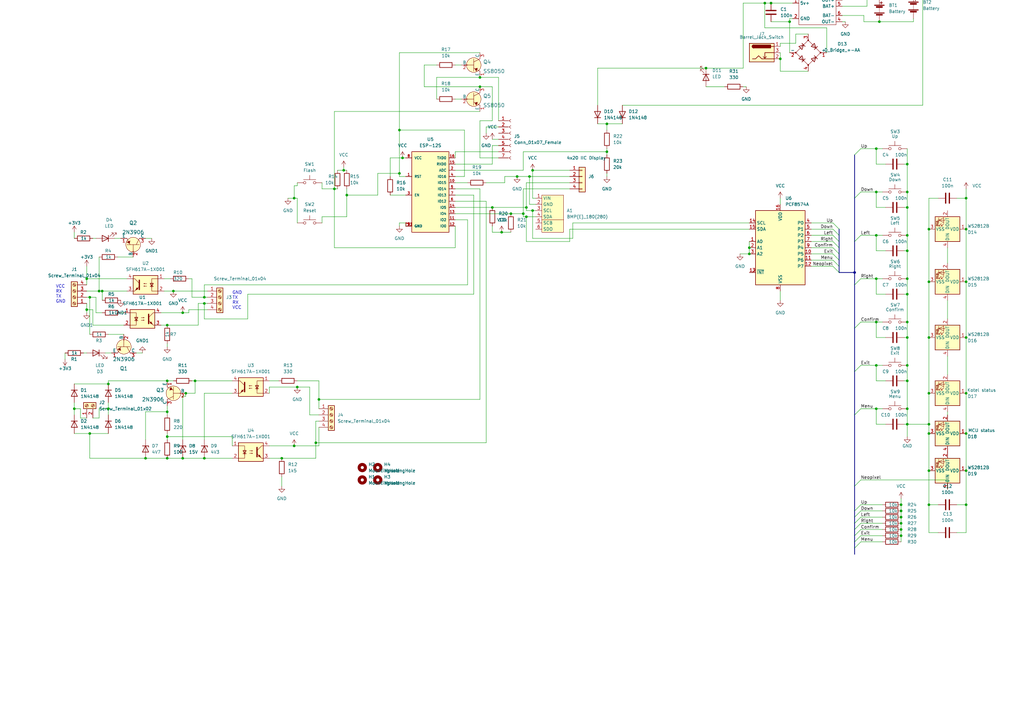
<source format=kicad_sch>
(kicad_sch (version 20211123) (generator eeschema)
  (paper "A3")
  (junction (at 372.11 167.64))
  (junction (at 165.1 64.77))
  (junction (at 217.17 72.39))
  (junction (at 201.93 85.09))
  (junction (at 320.04 24.13))
  (junction (at 396.24 115.57))
  (junction (at 80.01 156.21))
  (junction (at 374.65 -2.54))
  (junction (at 381 193.04))
  (junction (at 196.85 31.75))
  (junction (at 360.68 -1.27))
  (junction (at 30.48 167.64))
  (junction (at 121.92 158.75))
  (junction (at 68.58 156.21))
  (junction (at 59.69 187.96))
  (junction (at 137.16 77.47))
  (junction (at 372.11 114.3))
  (junction (at 115.57 187.96))
  (junction (at 368.3 -24.13))
  (junction (at 396.24 138.43))
  (junction (at 359.41 167.64))
  (junction (at 313.69 1.27))
  (junction (at 83.82 124.46))
  (junction (at 369.57 209.55))
  (junction (at 381 115.57))
  (junction (at 323.85 8.89))
  (junction (at 359.41 114.3))
  (junction (at 44.45 157.48))
  (junction (at 83.82 121.92))
  (junction (at 163.83 71.12))
  (junction (at 307.34 101.6))
  (junction (at 372.11 102.87))
  (junction (at 335.28 -22.86))
  (junction (at 381 161.29))
  (junction (at 369.57 214.63))
  (junction (at 218.44 86.36))
  (junction (at 130.81 163.83))
  (junction (at 369.57 207.01))
  (junction (at 316.23 1.27))
  (junction (at 214.63 87.63))
  (junction (at 215.9 85.09))
  (junction (at 372.11 173.99))
  (junction (at 209.55 87.63))
  (junction (at 372.11 138.43))
  (junction (at 68.58 168.91))
  (junction (at 40.64 119.38))
  (junction (at 359.41 96.52))
  (junction (at 396.24 177.8))
  (junction (at 372.11 120.65))
  (junction (at 129.54 181.61))
  (junction (at 218.44 69.85))
  (junction (at 74.93 128.27))
  (junction (at 346.71 -15.24))
  (junction (at 248.92 50.8))
  (junction (at 68.58 187.96))
  (junction (at 372.11 156.21))
  (junction (at 76.2 161.29))
  (junction (at 248.92 62.23))
  (junction (at 356.87 -24.13))
  (junction (at 142.24 80.01))
  (junction (at 396.24 193.04))
  (junction (at 215.9 88.9))
  (junction (at 44.45 167.64))
  (junction (at 372.11 67.31))
  (junction (at 163.83 53.34))
  (junction (at 36.83 177.8))
  (junction (at 372.11 85.09))
  (junction (at 381 138.43))
  (junction (at 120.65 182.88))
  (junction (at 372.11 132.08))
  (junction (at 359.41 78.74))
  (junction (at 212.09 72.39))
  (junction (at 35.56 114.3))
  (junction (at 41.91 119.38))
  (junction (at 307.34 104.14))
  (junction (at 359.41 149.86))
  (junction (at 350.52 111.76))
  (junction (at 36.83 121.92))
  (junction (at 369.57 217.17))
  (junction (at 396.24 93.98))
  (junction (at 396.24 81.28))
  (junction (at 35.56 127))
  (junction (at 83.82 187.96))
  (junction (at 381 207.01))
  (junction (at 196.85 35.56))
  (junction (at 372.11 96.52))
  (junction (at 359.41 60.96))
  (junction (at 381 177.8))
  (junction (at 68.58 133.35))
  (junction (at 396.24 161.29))
  (junction (at 120.65 81.28))
  (junction (at 369.57 212.09))
  (junction (at 74.93 187.96))
  (junction (at 396.24 207.01))
  (junction (at 381 173.99))
  (junction (at 140.97 69.85))
  (junction (at 381 93.98))
  (junction (at 372.11 78.74))
  (junction (at 369.57 219.71))
  (junction (at 68.58 179.07))
  (junction (at 360.68 8.89))
  (junction (at 372.11 149.86))
  (junction (at 289.56 27.94))
  (junction (at 205.74 95.25))
  (junction (at 359.41 132.08))
  (junction (at 71.12 119.38))
  (bus_entry (at 353.06 196.85) (size -2.54 2.54))
  (bus_entry (at 353.06 114.3) (size -2.54 2.54))
  (bus_entry (at 353.06 78.74) (size -2.54 2.54))
  (bus_entry (at 353.06 96.52) (size -2.54 2.54))
  (bus_entry (at 341.63 93.98) (size 2.54 2.54))
  (bus_entry (at 341.63 96.52) (size 2.54 2.54))
  (bus_entry (at 341.63 91.44) (size 2.54 2.54))
  (bus_entry (at 341.63 106.68) (size 2.54 2.54))
  (bus_entry (at 341.63 109.22) (size 2.54 2.54))
  (bus_entry (at 341.63 104.14) (size 2.54 2.54))
  (bus_entry (at 341.63 99.06) (size 2.54 2.54))
  (bus_entry (at 341.63 101.6) (size 2.54 2.54))
  (bus_entry (at 353.06 207.01) (size -2.54 2.54))
  (bus_entry (at 353.06 217.17) (size -2.54 2.54))
  (bus_entry (at 353.06 222.25) (size -2.54 2.54))
  (bus_entry (at 353.06 149.86) (size -2.54 2.54))
  (bus_entry (at 353.06 214.63) (size -2.54 2.54))
  (bus_entry (at 353.06 132.08) (size -2.54 2.54))
  (bus_entry (at 353.06 60.96) (size -2.54 2.54))
  (bus_entry (at 353.06 219.71) (size -2.54 2.54))
  (bus_entry (at 353.06 167.64) (size -2.54 2.54))
  (bus_entry (at 353.06 209.55) (size -2.54 2.54))
  (bus_entry (at 353.06 212.09) (size -2.54 2.54))
  (wire (pts (xy 191.77 90.17) (xy 186.69 90.17)))
  (wire (pts (xy 359.41 78.74) (xy 359.41 85.09)))
  (wire (pts (xy 190.5 72.39) (xy 190.5 53.34)))
  (wire (pts (xy 55.88 144.78) (xy 58.42 144.78)))
  (wire (pts (xy 370.84 156.21) (xy 372.11 156.21)))
  (wire (pts (xy 207.01 72.39) (xy 212.09 72.39)))
  (wire (pts (xy 388.62 153.67) (xy 388.62 146.05)))
  (wire (pts (xy 163.83 72.39) (xy 166.37 72.39)))
  (wire (pts (xy 368.3 -24.13) (xy 372.11 -24.13)))
  (wire (pts (xy 132.08 77.47) (xy 137.16 77.47)))
  (wire (pts (xy 359.41 78.74) (xy 353.06 78.74)))
  (wire (pts (xy 80.01 156.21) (xy 95.25 156.21)))
  (bus (pts (xy 344.17 111.76) (xy 350.52 111.76)))
  (wire (pts (xy 289.56 27.94) (xy 304.8 27.94)))
  (wire (pts (xy 215.9 86.36) (xy 218.44 86.36)))
  (wire (pts (xy 320.04 119.38) (xy 320.04 123.19)))
  (wire (pts (xy 132.08 88.9) (xy 132.08 91.44)))
  (wire (pts (xy 173.99 35.56) (xy 196.85 35.56)))
  (wire (pts (xy 372.11 85.09) (xy 372.11 96.52)))
  (wire (pts (xy 370.84 102.87) (xy 372.11 102.87)))
  (wire (pts (xy 361.95 60.96) (xy 359.41 60.96)))
  (wire (pts (xy 38.1 171.45) (xy 40.64 171.45)))
  (wire (pts (xy 388.62 196.85) (xy 388.62 200.66)))
  (wire (pts (xy 67.31 114.3) (xy 69.85 114.3)))
  (bus (pts (xy 350.52 99.06) (xy 350.52 111.76)))
  (wire (pts (xy 396.24 177.8) (xy 396.24 193.04)))
  (wire (pts (xy 66.04 128.27) (xy 74.93 128.27)))
  (wire (pts (xy 331.47 -8.89) (xy 345.44 -8.89)))
  (wire (pts (xy 217.17 72.39) (xy 233.68 72.39)))
  (wire (pts (xy 201.93 57.15) (xy 204.47 57.15)))
  (wire (pts (xy 372.11 173.99) (xy 372.11 179.07)))
  (wire (pts (xy 372.11 156.21) (xy 372.11 167.64)))
  (wire (pts (xy 355.6 -1.27) (xy 360.68 -1.27)))
  (wire (pts (xy 78.74 121.92) (xy 78.74 114.3)))
  (wire (pts (xy 191.77 74.93) (xy 186.69 74.93)))
  (wire (pts (xy 384.81 218.44) (xy 381 218.44)))
  (wire (pts (xy 140.97 69.85) (xy 142.24 69.85)))
  (wire (pts (xy 76.2 162.56) (xy 74.93 162.56)))
  (bus (pts (xy 350.52 224.79) (xy 350.52 227.33)))
  (wire (pts (xy 372.11 78.74) (xy 372.11 85.09)))
  (wire (pts (xy 245.11 50.8) (xy 248.92 50.8)))
  (bus (pts (xy 350.52 219.71) (xy 350.52 222.25)))
  (wire (pts (xy 36.83 187.96) (xy 36.83 177.8)))
  (wire (pts (xy 163.83 53.34) (xy 163.83 71.12)))
  (wire (pts (xy 396.24 115.57) (xy 396.24 93.98)))
  (wire (pts (xy 323.85 21.59) (xy 323.85 8.89)))
  (bus (pts (xy 350.52 222.25) (xy 350.52 224.79)))
  (wire (pts (xy 234.95 97.79) (xy 218.44 97.79)))
  (wire (pts (xy 361.95 207.01) (xy 353.06 207.01)))
  (wire (pts (xy 38.1 127) (xy 38.1 133.35)))
  (wire (pts (xy 199.39 52.07) (xy 199.39 54.61)))
  (wire (pts (xy 303.53 104.14) (xy 307.34 104.14)))
  (wire (pts (xy 323.85 7.62) (xy 325.12 7.62)))
  (bus (pts (xy 344.17 106.68) (xy 344.17 109.22)))
  (bus (pts (xy 344.17 99.06) (xy 344.17 101.6)))
  (wire (pts (xy 33.02 171.45) (xy 35.56 171.45)))
  (bus (pts (xy 344.17 96.52) (xy 344.17 99.06)))
  (wire (pts (xy 355.6 2.54) (xy 355.6 -1.27)))
  (wire (pts (xy 372.11 167.64) (xy 372.11 173.99)))
  (wire (pts (xy 85.09 127) (xy 77.47 127)))
  (wire (pts (xy 67.31 119.38) (xy 71.12 119.38)))
  (wire (pts (xy 30.48 157.48) (xy 44.45 157.48)))
  (wire (pts (xy 392.43 81.28) (xy 396.24 81.28)))
  (wire (pts (xy 201.93 95.25) (xy 205.74 95.25)))
  (wire (pts (xy 320.04 21.59) (xy 320.04 24.13)))
  (bus (pts (xy 344.17 104.14) (xy 344.17 106.68)))
  (wire (pts (xy 76.2 161.29) (xy 80.01 161.29)))
  (wire (pts (xy 33.02 167.64) (xy 30.48 167.64)))
  (wire (pts (xy 199.39 181.61) (xy 129.54 181.61)))
  (wire (pts (xy 76.2 161.29) (xy 76.2 162.56)))
  (wire (pts (xy 121.92 158.75) (xy 110.49 158.75)))
  (wire (pts (xy 66.04 133.35) (xy 68.58 133.35)))
  (wire (pts (xy 68.58 156.21) (xy 71.12 156.21)))
  (wire (pts (xy 59.69 187.96) (xy 68.58 187.96)))
  (wire (pts (xy 127 170.18) (xy 130.81 170.18)))
  (wire (pts (xy 339.09 21.59) (xy 339.09 11.43)))
  (wire (pts (xy 363.22 173.99) (xy 359.41 173.99)))
  (wire (pts (xy 396.24 207.01) (xy 396.24 218.44)))
  (wire (pts (xy 186.69 87.63) (xy 209.55 87.63)))
  (bus (pts (xy 344.17 93.98) (xy 344.17 96.52)))
  (wire (pts (xy 359.41 167.64) (xy 353.06 167.64)))
  (wire (pts (xy 332.74 104.14) (xy 341.63 104.14)))
  (wire (pts (xy 381 193.04) (xy 381 207.01)))
  (wire (pts (xy 30.48 165.1) (xy 30.48 167.64)))
  (wire (pts (xy 83.82 187.96) (xy 95.25 187.96)))
  (wire (pts (xy 374.65 -2.54) (xy 360.68 -2.54)))
  (wire (pts (xy 196.85 35.56) (xy 201.93 35.56)))
  (wire (pts (xy 345.44 6.35) (xy 354.33 6.35)))
  (wire (pts (xy 339.09 11.43) (xy 313.69 11.43)))
  (wire (pts (xy 370.84 67.31) (xy 372.11 67.31)))
  (wire (pts (xy 356.87 -15.24) (xy 346.71 -15.24)))
  (wire (pts (xy 359.41 167.64) (xy 359.41 173.99)))
  (wire (pts (xy 48.26 105.41) (xy 54.61 105.41)))
  (wire (pts (xy 38.1 127) (xy 35.56 127)))
  (wire (pts (xy 361.95 78.74) (xy 359.41 78.74)))
  (wire (pts (xy 186.69 62.23) (xy 186.69 64.77)))
  (wire (pts (xy 196.85 21.59) (xy 163.83 21.59)))
  (wire (pts (xy 121.92 81.28) (xy 121.92 91.44)))
  (wire (pts (xy 307.34 101.6) (xy 307.34 99.06)))
  (wire (pts (xy 369.57 217.17) (xy 369.57 219.71)))
  (wire (pts (xy 356.87 -24.13) (xy 354.33 -24.13)))
  (wire (pts (xy 59.69 187.96) (xy 36.83 187.96)))
  (wire (pts (xy 363.22 -11.43) (xy 368.3 -11.43)))
  (wire (pts (xy 323.85 8.89) (xy 323.85 7.62)))
  (wire (pts (xy 36.83 121.92) (xy 36.83 137.16)))
  (bus (pts (xy 350.52 111.76) (xy 350.52 116.84)))
  (wire (pts (xy 186.69 85.09) (xy 201.93 85.09)))
  (wire (pts (xy 40.64 105.41) (xy 40.64 119.38)))
  (wire (pts (xy 331.47 -22.86) (xy 331.47 -8.89)))
  (wire (pts (xy 115.57 187.96) (xy 129.54 187.96)))
  (wire (pts (xy 120.65 76.2) (xy 121.92 76.2)))
  (wire (pts (xy 359.41 60.96) (xy 353.06 60.96)))
  (wire (pts (xy 115.57 195.58) (xy 115.57 199.39)))
  (wire (pts (xy 307.34 93.98) (xy 233.68 93.98)))
  (wire (pts (xy 40.64 171.45) (xy 40.64 167.64)))
  (wire (pts (xy 127 158.75) (xy 121.92 158.75)))
  (wire (pts (xy 160.02 80.01) (xy 166.37 80.01)))
  (wire (pts (xy 95.25 179.07) (xy 68.58 179.07)))
  (wire (pts (xy 81.28 124.46) (xy 81.28 133.35)))
  (wire (pts (xy 363.22 138.43) (xy 359.41 138.43)))
  (bus (pts (xy 344.17 101.6) (xy 344.17 104.14)))
  (wire (pts (xy 39.37 128.27) (xy 41.91 128.27)))
  (wire (pts (xy 44.45 167.64) (xy 44.45 170.18)))
  (wire (pts (xy 370.84 120.65) (xy 372.11 120.65)))
  (wire (pts (xy 381 173.99) (xy 372.11 173.99)))
  (wire (pts (xy 214.63 62.23) (xy 248.92 62.23)))
  (wire (pts (xy 396.24 193.04) (xy 396.24 207.01)))
  (wire (pts (xy 381 115.57) (xy 381 93.98)))
  (wire (pts (xy 361.95 219.71) (xy 353.06 219.71)))
  (wire (pts (xy 248.92 62.23) (xy 248.92 60.96)))
  (wire (pts (xy 39.37 128.27) (xy 39.37 121.92)))
  (wire (pts (xy 359.41 96.52) (xy 359.41 102.87)))
  (wire (pts (xy 372.11 138.43) (xy 372.11 149.86)))
  (wire (pts (xy 217.17 83.82) (xy 217.17 72.39)))
  (wire (pts (xy 26.67 147.32) (xy 26.67 144.78)))
  (wire (pts (xy 392.43 218.44) (xy 396.24 218.44)))
  (wire (pts (xy 137.16 77.47) (xy 138.43 77.47)))
  (wire (pts (xy 179.07 40.64) (xy 179.07 31.75)))
  (wire (pts (xy 194.31 80.01) (xy 194.31 120.65)))
  (wire (pts (xy 204.47 52.07) (xy 199.39 52.07)))
  (wire (pts (xy 215.9 85.09) (xy 215.9 86.36)))
  (wire (pts (xy 154.94 80.01) (xy 154.94 71.12)))
  (wire (pts (xy 374.65 7.62) (xy 374.65 8.89)))
  (wire (pts (xy 370.84 85.09) (xy 372.11 85.09)))
  (wire (pts (xy 68.58 187.96) (xy 74.93 187.96)))
  (wire (pts (xy 381 81.28) (xy 381 93.98)))
  (wire (pts (xy 214.63 77.47) (xy 214.63 87.63)))
  (wire (pts (xy 378.46 43.18) (xy 378.46 -2.54)))
  (wire (pts (xy 354.33 8.89) (xy 360.68 8.89)))
  (wire (pts (xy 396.24 177.8) (xy 396.24 161.29)))
  (wire (pts (xy 186.69 80.01) (xy 194.31 80.01)))
  (wire (pts (xy 307.34 91.44) (xy 234.95 91.44)))
  (wire (pts (xy 331.47 29.21) (xy 320.04 29.21)))
  (wire (pts (xy 74.93 180.34) (xy 74.93 162.56)))
  (wire (pts (xy 186.69 101.6) (xy 137.16 101.6)))
  (wire (pts (xy 35.56 121.92) (xy 36.83 121.92)))
  (wire (pts (xy 326.39 17.78) (xy 326.39 13.97)))
  (wire (pts (xy 49.53 128.27) (xy 50.8 128.27)))
  (wire (pts (xy 132.08 74.93) (xy 132.08 77.47)))
  (wire (pts (xy 304.8 1.27) (xy 313.69 1.27)))
  (wire (pts (xy 68.58 140.97) (xy 68.58 142.24)))
  (wire (pts (xy 361.95 222.25) (xy 353.06 222.25)))
  (wire (pts (xy 374.65 8.89) (xy 360.68 8.89)))
  (wire (pts (xy 369.57 209.55) (xy 369.57 212.09)))
  (wire (pts (xy 359.41 132.08) (xy 353.06 132.08)))
  (wire (pts (xy 201.93 85.09) (xy 215.9 85.09)))
  (wire (pts (xy 43.18 144.78) (xy 45.72 144.78)))
  (wire (pts (xy 233.68 99.06) (xy 215.9 99.06)))
  (wire (pts (xy 68.58 179.07) (xy 68.58 180.34)))
  (wire (pts (xy 101.6 120.65) (xy 101.6 130.81)))
  (wire (pts (xy 381 207.01) (xy 381 218.44)))
  (wire (pts (xy 245.11 27.94) (xy 289.56 27.94)))
  (wire (pts (xy 137.16 101.6) (xy 137.16 77.47)))
  (wire (pts (xy 304.8 35.56) (xy 306.07 35.56)))
  (wire (pts (xy 396.24 138.43) (xy 396.24 115.57)))
  (bus (pts (xy 344.17 109.22) (xy 344.17 111.76)))
  (wire (pts (xy 218.44 86.36) (xy 219.71 86.36)))
  (wire (pts (xy 74.93 187.96) (xy 83.82 187.96)))
  (wire (pts (xy 121.92 74.93) (xy 121.92 76.2)))
  (wire (pts (xy 381 161.29) (xy 381 173.99)))
  (wire (pts (xy 359.41 67.31) (xy 359.41 60.96)))
  (wire (pts (xy 30.48 177.8) (xy 36.83 177.8)))
  (wire (pts (xy 173.99 26.67) (xy 173.99 35.56)))
  (wire (pts (xy 35.56 119.38) (xy 40.64 119.38)))
  (wire (pts (xy 83.82 116.84) (xy 83.82 121.92)))
  (wire (pts (xy 118.11 81.28) (xy 120.65 81.28)))
  (wire (pts (xy 41.91 119.38) (xy 52.07 119.38)))
  (wire (pts (xy 396.24 77.47) (xy 396.24 81.28)))
  (wire (pts (xy 83.82 121.92) (xy 78.74 121.92)))
  (wire (pts (xy 215.9 74.93) (xy 233.68 74.93)))
  (wire (pts (xy 368.3 -24.13) (xy 368.3 -13.97)))
  (wire (pts (xy 142.24 88.9) (xy 142.24 80.01)))
  (wire (pts (xy 201.93 92.71) (xy 201.93 95.25)))
  (wire (pts (xy 140.97 68.58) (xy 140.97 69.85)))
  (wire (pts (xy 78.74 114.3) (xy 77.47 114.3)))
  (wire (pts (xy 384.81 81.28) (xy 381 81.28)))
  (wire (pts (xy 384.81 207.01) (xy 381 207.01)))
  (wire (pts (xy 166.37 91.44) (xy 166.37 92.71)))
  (wire (pts (xy 120.65 81.28) (xy 120.65 76.2)))
  (wire (pts (xy 233.68 93.98) (xy 233.68 99.06)))
  (wire (pts (xy 255.27 43.18) (xy 378.46 43.18)))
  (wire (pts (xy 245.11 43.18) (xy 245.11 27.94)))
  (wire (pts (xy 121.92 156.21) (xy 130.81 156.21)))
  (bus (pts (xy 350.52 199.39) (xy 350.52 209.55)))
  (wire (pts (xy 196.85 77.47) (xy 196.85 163.83)))
  (wire (pts (xy 320.04 19.05) (xy 320.04 17.78)))
  (wire (pts (xy 186.69 92.71) (xy 186.69 101.6)))
  (wire (pts (xy 381 177.8) (xy 381 173.99)))
  (wire (pts (xy 339.09 -24.13) (xy 339.09 -22.86)))
  (wire (pts (xy 199.39 82.55) (xy 199.39 181.61)))
  (bus (pts (xy 350.52 63.5) (xy 350.52 81.28)))
  (wire (pts (xy 196.85 49.53) (xy 196.85 64.77)))
  (wire (pts (xy 199.39 74.93) (xy 207.01 74.93)))
  (wire (pts (xy 186.69 69.85) (xy 214.63 69.85)))
  (wire (pts (xy 359.41 149.86) (xy 359.41 156.21)))
  (bus (pts (xy 350.52 81.28) (xy 350.52 99.06)))
  (wire (pts (xy 361.95 167.64) (xy 359.41 167.64)))
  (wire (pts (xy 214.63 87.63) (xy 214.63 88.9)))
  (wire (pts (xy 121.92 81.28) (xy 120.65 81.28)))
  (wire (pts (xy 388.62 107.95) (xy 388.62 101.6)))
  (wire (pts (xy 81.28 124.46) (xy 83.82 124.46)))
  (wire (pts (xy 218.44 69.85) (xy 218.44 81.28)))
  (wire (pts (xy 204.47 62.23) (xy 186.69 62.23)))
  (wire (pts (xy 33.02 167.64) (xy 33.02 171.45)))
  (wire (pts (xy 361.95 96.52) (xy 359.41 96.52)))
  (wire (pts (xy 68.58 168.91) (xy 68.58 170.18)))
  (wire (pts (xy 186.69 67.31) (xy 201.93 67.31)))
  (wire (pts (xy 361.95 214.63) (xy 353.06 214.63)))
  (wire (pts (xy 59.69 168.91) (xy 59.69 180.34)))
  (wire (pts (xy 204.47 64.77) (xy 196.85 64.77)))
  (wire (pts (xy 44.45 137.16) (xy 50.8 137.16)))
  (wire (pts (xy 316.23 1.27) (xy 325.12 1.27)))
  (wire (pts (xy 372.11 102.87) (xy 372.11 114.3)))
  (wire (pts (xy 165.1 64.77) (xy 166.37 64.77)))
  (wire (pts (xy 44.45 156.21) (xy 44.45 157.48)))
  (wire (pts (xy 35.56 114.3) (xy 52.07 114.3)))
  (wire (pts (xy 38.1 133.35) (xy 50.8 133.35)))
  (wire (pts (xy 372.11 67.31) (xy 372.11 78.74)))
  (wire (pts (xy 363.22 102.87) (xy 359.41 102.87)))
  (wire (pts (xy 205.74 95.25) (xy 209.55 95.25)))
  (wire (pts (xy 234.95 91.44) (xy 234.95 97.79)))
  (wire (pts (xy 130.81 172.72) (xy 129.54 172.72)))
  (wire (pts (xy 207.01 74.93) (xy 207.01 72.39)))
  (wire (pts (xy 332.74 91.44) (xy 341.63 91.44)))
  (wire (pts (xy 335.28 -15.24) (xy 346.71 -15.24)))
  (wire (pts (xy 129.54 172.72) (xy 129.54 181.61)))
  (wire (pts (xy 361.95 209.55) (xy 353.06 209.55)))
  (wire (pts (xy 361.95 212.09) (xy 353.06 212.09)))
  (wire (pts (xy 248.92 71.12) (xy 248.92 72.39)))
  (wire (pts (xy 297.18 35.56) (xy 289.56 35.56)))
  (wire (pts (xy 332.74 101.6) (xy 341.63 101.6)))
  (wire (pts (xy 68.58 177.8) (xy 68.58 179.07)))
  (wire (pts (xy 396.24 161.29) (xy 396.24 138.43)))
  (bus (pts (xy 350.52 209.55) (xy 350.52 212.09)))
  (wire (pts (xy 248.92 50.8) (xy 255.27 50.8)))
  (wire (pts (xy 361.95 132.08) (xy 359.41 132.08)))
  (wire (pts (xy 95.25 161.29) (xy 83.82 161.29)))
  (wire (pts (xy 163.83 91.44) (xy 166.37 91.44)))
  (wire (pts (xy 129.54 181.61) (xy 129.54 187.96)))
  (wire (pts (xy 363.22 85.09) (xy 359.41 85.09)))
  (wire (pts (xy 363.22 120.65) (xy 359.41 120.65)))
  (wire (pts (xy 40.64 119.38) (xy 41.91 119.38)))
  (wire (pts (xy 163.83 91.44) (xy 163.83 92.71)))
  (wire (pts (xy 359.41 120.65) (xy 359.41 114.3)))
  (wire (pts (xy 372.11 120.65) (xy 372.11 132.08)))
  (wire (pts (xy 194.31 120.65) (xy 101.6 120.65)))
  (wire (pts (xy 71.12 119.38) (xy 85.09 119.38)))
  (wire (pts (xy 95.25 182.88) (xy 95.25 179.07)))
  (wire (pts (xy 127 158.75) (xy 127 170.18)))
  (wire (pts (xy 46.99 97.79) (xy 49.53 97.79)))
  (wire (pts (xy 313.69 1.27) (xy 316.23 1.27)))
  (wire (pts (xy 110.49 156.21) (xy 114.3 156.21)))
  (wire (pts (xy 83.82 130.81) (xy 83.82 124.46)))
  (wire (pts (xy 209.55 87.63) (xy 214.63 87.63)))
  (wire (pts (xy 372.11 60.96) (xy 372.11 67.31)))
  (wire (pts (xy 332.74 106.68) (xy 341.63 106.68)))
  (wire (pts (xy 179.07 26.67) (xy 173.99 26.67)))
  (wire (pts (xy 320.04 81.28) (xy 320.04 83.82)))
  (wire (pts (xy 248.92 50.8) (xy 248.92 53.34)))
  (wire (pts (xy 196.85 163.83) (xy 130.81 163.83)))
  (bus (pts (xy 350.52 170.18) (xy 350.52 199.39)))
  (wire (pts (xy 137.16 45.72) (xy 137.16 77.47)))
  (wire (pts (xy 196.85 31.75) (xy 204.47 31.75)))
  (bus (pts (xy 350.52 212.09) (xy 350.52 214.63)))
  (wire (pts (xy 30.48 167.64) (xy 30.48 170.18)))
  (wire (pts (xy 110.49 187.96) (xy 115.57 187.96)))
  (wire (pts (xy 83.82 161.29) (xy 83.82 180.34)))
  (wire (pts (xy 381 138.43) (xy 381 115.57)))
  (wire (pts (xy 332.74 99.06) (xy 341.63 99.06)))
  (bus (pts (xy 350.52 116.84) (xy 350.52 134.62)))
  (wire (pts (xy 44.45 167.64) (xy 44.45 165.1)))
  (bus (pts (xy 350.52 152.4) (xy 350.52 170.18)))
  (wire (pts (xy 36.83 177.8) (xy 44.45 177.8)))
  (wire (pts (xy 138.43 69.85) (xy 140.97 69.85)))
  (wire (pts (xy 372.11 149.86) (xy 372.11 156.21)))
  (wire (pts (xy 378.46 -2.54) (xy 374.65 -2.54)))
  (wire (pts (xy 369.57 214.63) (xy 369.57 217.17)))
  (wire (pts (xy 345.44 8.89) (xy 346.71 8.89)))
  (wire (pts (xy 331.47 -22.86) (xy 335.28 -22.86)))
  (wire (pts (xy 179.07 31.75) (xy 196.85 31.75)))
  (wire (pts (xy 353.06 196.85) (xy 388.62 196.85)))
  (wire (pts (xy 363.22 67.31) (xy 359.41 67.31)))
  (wire (pts (xy 332.74 96.52) (xy 341.63 96.52)))
  (wire (pts (xy 201.93 35.56) (xy 201.93 49.53)))
  (wire (pts (xy 369.57 207.01) (xy 369.57 209.55)))
  (wire (pts (xy 215.9 74.93) (xy 215.9 85.09)))
  (wire (pts (xy 335.28 -22.86) (xy 339.09 -22.86)))
  (wire (pts (xy 83.82 124.46) (xy 85.09 124.46)))
  (wire (pts (xy 361.95 149.86) (xy 359.41 149.86)))
  (wire (pts (xy 307.34 104.14) (xy 307.34 101.6)))
  (wire (pts (xy 163.83 71.12) (xy 163.83 72.39)))
  (wire (pts (xy 372.11 132.08) (xy 372.11 138.43)))
  (wire (pts (xy 101.6 130.81) (xy 83.82 130.81)))
  (wire (pts (xy 359.41 132.08) (xy 359.41 138.43)))
  (wire (pts (xy 361.95 217.17) (xy 353.06 217.17)))
  (wire (pts (xy 388.62 130.81) (xy 388.62 123.19)))
  (wire (pts (xy 304.8 27.94) (xy 304.8 1.27)))
  (wire (pts (xy 346.71 -13.97) (xy 346.71 -15.24)))
  (wire (pts (xy 201.93 59.69) (xy 201.93 67.31)))
  (wire (pts (xy 35.56 109.22) (xy 35.56 114.3)))
  (wire (pts (xy 160.02 64.77) (xy 165.1 64.77)))
  (wire (pts (xy 191.77 90.17) (xy 191.77 116.84)))
  (bus (pts (xy 350.52 217.17) (xy 350.52 219.71)))
  (wire (pts (xy 44.45 156.21) (xy 68.58 156.21)))
  (wire (pts (xy 326.39 13.97) (xy 331.47 13.97)))
  (wire (pts (xy 313.69 1.27) (xy 313.69 11.43)))
  (wire (pts (xy 382.27 -21.59) (xy 382.27 -26.67)))
  (wire (pts (xy 372.11 96.52) (xy 372.11 102.87)))
  (wire (pts (xy 359.41 96.52) (xy 353.06 96.52)))
  (wire (pts (xy 85.09 121.92) (xy 83.82 121.92)))
  (wire (pts (xy 35.56 124.46) (xy 35.56 127)))
  (wire (pts (xy 354.33 6.35) (xy 354.33 8.89)))
  (wire (pts (xy 34.29 144.78) (xy 35.56 144.78)))
  (wire (pts (xy 35.56 127) (xy 35.56 128.27)))
  (wire (pts (xy 196.85 45.72) (xy 137.16 45.72)))
  (wire (pts (xy 381 177.8) (xy 381 193.04)))
  (wire (pts (xy 363.22 156.21) (xy 359.41 156.21)))
  (wire (pts (xy 219.71 83.82) (xy 217.17 83.82)))
  (wire (pts (xy 346.71 -16.51) (xy 346.71 -15.24)))
  (wire (pts (xy 218.44 97.79) (xy 218.44 86.36)))
  (wire (pts (xy 396.24 81.28) (xy 396.24 93.98)))
  (wire (pts (xy 142.24 88.9) (xy 132.08 88.9)))
  (wire (pts (xy 248.92 62.23) (xy 248.92 63.5)))
  (wire (pts (xy 332.74 93.98) (xy 341.63 93.98)))
  (wire (pts (xy 130.81 163.83) (xy 130.81 167.64)))
  (wire (pts (xy 369.57 219.71) (xy 369.57 222.25)))
  (wire (pts (xy 356.87 -24.13) (xy 356.87 -22.86)))
  (bus (pts (xy 350.52 214.63) (xy 350.52 217.17)))
  (wire (pts (xy 77.47 127) (xy 77.47 128.27)))
  (wire (pts (xy 353.06 114.3) (xy 359.41 114.3)))
  (wire (pts (xy 163.83 53.34) (xy 190.5 53.34)))
  (wire (pts (xy 316.23 8.89) (xy 323.85 8.89)))
  (wire (pts (xy 68.58 133.35) (xy 81.28 133.35)))
  (wire (pts (xy 35.56 114.3) (xy 35.56 116.84)))
  (bus (pts (xy 350.52 134.62) (xy 350.52 152.4)))
  (wire (pts (xy 201.93 49.53) (xy 196.85 49.53)))
  (wire (pts (xy 78.74 156.21) (xy 80.01 156.21)))
  (wire (pts (xy 359.41 114.3) (xy 361.95 114.3)))
  (wire (pts (xy 320.04 29.21) (xy 320.04 24.13)))
  (wire (pts (xy 160.02 72.39) (xy 160.02 64.77)))
  (wire (pts (xy 38.1 97.79) (xy 39.37 97.79)))
  (wire (pts (xy 218.44 81.28) (xy 219.71 81.28)))
  (wire (pts (xy 345.44 2.54) (xy 355.6 2.54)))
  (wire (pts (xy 120.65 182.88) (xy 130.81 182.88)))
  (wire (pts (xy 369.57 212.09) (xy 369.57 214.63)))
  (wire (pts (xy 41.91 119.38) (xy 41.91 123.19)))
  (wire (pts (xy 388.62 170.18) (xy 388.62 168.91)))
  (wire (pts (xy 68.58 166.37) (xy 68.58 168.91)))
  (wire (pts (xy 372.11 114.3) (xy 372.11 120.65)))
  (wire (pts (xy 214.63 77.47) (xy 233.68 77.47)))
  (wire (pts (xy 40.64 167.64) (xy 44.45 167.64)))
  (wire (pts (xy 218.44 69.85) (xy 233.68 69.85)))
  (wire (pts (xy 345.44 0) (xy 345.44 -8.89)))
  (wire (pts (xy 30.48 95.25) (xy 30.48 97.79)))
  (wire (pts (xy 77.47 128.27) (xy 74.93 128.27)))
  (wire (pts (xy 154.94 71.12) (xy 163.83 71.12)))
  (wire (pts (xy 186.69 26.67) (xy 189.23 26.67)))
  (wire (pts (xy 215.9 99.06) (xy 215.9 88.9)))
  (wire (pts (xy 320.04 17.78) (xy 326.39 17.78)))
  (wire (pts (xy 142.24 80.01) (xy 154.94 80.01)))
  (wire (pts (xy 130.81 156.21) (xy 130.81 163.83)))
  (wire (pts (xy 186.69 40.64) (xy 189.23 40.64)))
  (wire (pts (xy 36.83 121.92) (xy 39.37 121.92)))
  (wire (pts (xy 142.24 80.01) (xy 142.24 77.47)))
  (wire (pts (xy 130.81 182.88) (xy 130.81 175.26)))
  (wire (pts (xy 59.69 97.79) (xy 62.23 97.79)))
  (wire (pts (xy 80.01 156.21) (xy 80.01 161.29)))
  (wire (pts (xy 332.74 109.22) (xy 341.63 109.22)))
  (wire (pts (xy 214.63 88.9) (xy 215.9 88.9)))
  (wire (pts (xy 186.69 72.39) (xy 190.5 72.39)))
  (wire (pts (xy 369.57 204.47) (xy 369.57 207.01)))
  (wire (pts (xy 370.84 138.43) (xy 372.11 138.43)))
  (wire (pts (xy 215.9 88.9) (xy 219.71 88.9)))
  (wire (pts (xy 360.68 -2.54) (xy 360.68 -1.27)))
  (wire (pts (xy 359.41 149.86) (xy 353.06 149.86)))
  (wire (pts (xy 204.47 31.75) (xy 204.47 49.53)))
  (wire (pts (xy 110.49 182.88) (xy 120.65 182.88)))
  (wire (pts (xy 186.69 82.55) (xy 199.39 82.55)))
  (wire (pts (xy 204.47 59.69) (xy 201.93 59.69)))
  (wire (pts (xy 214.63 69.85) (xy 214.63 62.23)))
  (wire (pts (xy 356.87 -24.13) (xy 368.3 -24.13)))
  (wire (pts (xy 110.49 158.75) (xy 110.49 161.29)))
  (wire (pts (xy 163.83 21.59) (xy 163.83 53.34)))
  (wire (pts (xy 370.84 173.99) (xy 372.11 173.99)))
  (wire (pts (xy 191.77 116.84) (xy 83.82 116.84)))
  (wire (pts (xy 392.43 207.01) (xy 396.24 207.01)))
  (wire (pts (xy 59.69 168.91) (xy 68.58 168.91)))
  (wire (pts (xy 381 161.29) (xy 381 138.43)))
  (wire (pts (xy 212.09 72.39) (xy 217.17 72.39)))
  (wire (pts (xy 186.69 77.47) (xy 196.85 77.47)))
  (text "VCC\nRX\nTX\nGND" (at 22.86 124.46 0) (effects (font (size 1.27 1.27)) (justify left bottom)))
  (text "GND\nTX\nRX\nVCC" (at 95.25 127 0) (effects (font (size 1.27 1.27)) (justify left bottom)))
  (label "Menu" (at 353.06 222.25 0))
  (label "Left" (at 353.06 96.52 0))
  (label "Left" (at 353.06 212.09 0))
  (label "Up" (at 341.63 91.44 180))
  (label "Right" (at 341.63 99.06 180))
  (label "Down" (at 353.06 78.74 0))
  (label "Right" (at 353.06 114.3 0))
  (label "Exit" (at 341.63 104.14 180))
  (label "Confirm" (at 353.06 132.08 0))
  (label "Menu" (at 341.63 106.68 180))
  (label "Down" (at 353.06 209.55 0))
  (label "Neopixel" (at 353.06 196.85 0))
  (label "Down" (at 341.63 93.98 180))
  (label "Neopixel" (at 341.63 109.22 180))
  (label "Exit" (at 353.06 219.71 0))
  (label "Menu" (at 353.06 167.64 0))
  (label "Confirm" (at 353.06 217.17 0))
  (label "Right" (at 353.06 214.63 0))
  (label "Left" (at 341.63 96.52 180))
  (label "Up" (at 353.06 60.96 0))
  (label "Confirm" (at 341.63 101.6 180))
  (label "Up" (at 353.06 207.01 0))
  (label "Exit" (at 353.06 149.86 0))
  (symbol (lib_id "Connector:Screw_Terminal_01x04") (at 90.17 121.92 0) (unit 1)
    (property "Reference" "J3" (at 92.71 121.9199 0) (effects (justify left)))
    (property "Value" "Screw_Terminal_01x04" (at 87.63 114.3 0) (effects (justify left)))
    (property "Footprint" "Connector_PinHeader_2.54mm:PinHeader_1x04_P2.54mm_Vertical" (effects hide))
  )
  (symbol (lib_id "LED:WS2812B") (at 388.62 161.29 270) (mirror x) (unit 1)
    (property "Reference" "D17" (at 398.78 162.56 90))
    (property "Value" "Kotel status" (at 402.59 160.02 90))
    (property "Footprint" "LED_SMD:LED_WS2812B_PLCC4_5.0x5.0mm_P3.2mm" (effects hide))
    (property "Datasheet" "https://cdn-shop.adafruit.com/datasheets/WS2812B.pdf" (effects hide))
  )
  (symbol (lib_id "Device:R") (at 160.02 76.2 0) (unit 1)
    (property "Reference" "R16" (at 162.56 74.9299 0) (effects (justify left)))
    (property "Value" "10k" (at 162.56 77.4699 0) (effects (justify left)))
    (property "Footprint" "Resistor_THT:R_Axial_DIN0411_L9.9mm_D3.6mm_P5.08mm_Vertical" (effects hide))
  )
  (symbol (lib_id "Diode:1N4148") (at 44.45 173.99 270) (unit 1)
    (property "Reference" "D6" (at 46.99 172.7199 90) (effects (justify left)))
    (property "Value" "1N4148" (at 46.99 175.2599 90) (effects (justify left)))
    (property "Footprint" "Diode_THT:D_DO-35_SOD27_P7.62mm_Horizontal" (effects hide))
    (property "Datasheet" "https://assets.nexperia.com/documents/data-sheet/1N4148_1N4448.pdf" (effects hide))
  )
  (symbol (lib_id "Diode:1N4148") (at 44.45 161.29 270) (unit 1)
    (property "Reference" "D5" (at 46.99 160.0199 90) (effects (justify left)))
    (property "Value" "1N4148" (at 46.99 162.5599 90) (effects (justify left)))
    (property "Footprint" "Diode_THT:D_DO-35_SOD27_P7.62mm_Horizontal" (effects hide))
    (property "Datasheet" "https://assets.nexperia.com/documents/data-sheet/1N4148_1N4448.pdf" (effects hide))
  )
  (symbol (lib_id "Connector:Screw_Terminal_01x04") (at 135.89 170.18 0) (unit 1)
    (property "Reference" "J4" (at 138.43 170.1799 0) (effects (justify left)))
    (property "Value" "Screw_Terminal_01x04" (at 138.43 172.7199 0) (effects (justify left)))
    (property "Footprint" "Connector_PinHeader_2.54mm:PinHeader_1x04_P2.54mm_Vertical" (effects hide))
  )
  (symbol (lib_id "TP4056_Module:TP4056_Module") (at 327.66 -1.27 0) (unit 1)
    (property "Reference" "A2" (at 335.28 -6.35 0))
    (property "Value" "TP4056_Module" (at 335.28 -3.81 0))
    (property "Footprint" "WK_Samec-12pin:TP4056-18650" (effects hide))
  )
  (symbol (lib_id "Device:C") (at 388.62 218.44 90) (unit 1)
    (property "Reference" "C13" (at 388.62 210.82 90))
    (property "Value" "100n" (at 388.62 213.36 90))
    (property "Footprint" "Capacitor_THT:C_Disc_D7.0mm_W2.5mm_P5.00mm" (effects hide))
  )
  (symbol (lib_id "Mechanical:MountingHole") (at 154.94 196.85 0) (unit 1)
    (property "Reference" "H3" (at 157.48 195.5799 0) (effects (justify left)))
    (property "Value" "MountingHole" (at 157.48 198.1199 0) (effects (justify left)))
    (property "Footprint" "MountingHole:MountingHole_3.2mm_M3_DIN965_Pad_TopBottom" (effects hide))
  )
  (symbol (lib_id "power:VCC") (at 320.04 81.28 0) (unit 1)
    (property "Reference" "#PWR0124" (effects hide))
    (property "Value" "VCC" (at 320.04 76.2 0))
  )
  (symbol (lib_id "Device:R") (at 45.72 123.19 90) (unit 1)
    (property "Reference" "R5" (at 46.99 120.65 90) (effects (justify left)))
    (property "Value" "1k" (at 46.99 123.19 90) (effects (justify left)))
    (property "Footprint" "Resistor_THT:R_Axial_DIN0411_L9.9mm_D3.6mm_P5.08mm_Vertical" (effects hide))
  )
  (symbol (lib_id "power:GND") (at 303.53 104.14 0) (unit 1)
    (property "Reference" "#PWR0105" (effects hide))
    (property "Value" "GND" (at 303.53 109.22 0))
  )
  (symbol (lib_id "Device:C") (at 335.28 -19.05 0) (unit 1)
    (property "Reference" "C2" (at 339.09 -20.3201 0) (effects (justify left)))
    (property "Value" "100n" (at 339.09 -17.7801 0) (effects (justify left)))
    (property "Footprint" "Capacitor_THT:C_Disc_D7.0mm_W2.5mm_P5.00mm" (effects hide))
  )
  (symbol (lib_id "Device:R") (at 74.93 156.21 90) (unit 1)
    (property "Reference" "R11" (at 74.93 149.86 90))
    (property "Value" "330" (at 74.93 152.4 90))
    (property "Footprint" "Resistor_THT:R_Axial_DIN0411_L9.9mm_D3.6mm_P5.08mm_Vertical" (effects hide))
  )
  (symbol (lib_id "Device:R") (at 182.88 26.67 90) (unit 1)
    (property "Reference" "R17" (at 182.88 20.32 90))
    (property "Value" "10k" (at 182.88 22.86 90))
    (property "Footprint" "Resistor_THT:R_Axial_DIN0411_L9.9mm_D3.6mm_P5.08mm_Vertical" (effects hide))
  )
  (symbol (lib_id "power:VCC") (at 382.27 -26.67 0) (unit 1)
    (property "Reference" "#PWR0103" (effects hide))
    (property "Value" "VCC" (at 382.27 -31.75 0))
  )
  (symbol (lib_id "Mechanical:MountingHole") (at 148.59 191.77 0) (unit 1)
    (property "Reference" "H2" (at 151.13 190.4999 0) (effects (justify left)))
    (property "Value" "MountingHole" (at 151.13 193.0399 0) (effects (justify left)))
    (property "Footprint" "MountingHole:MountingHole_3.2mm_M3_DIN965_Pad_TopBottom" (effects hide))
  )
  (symbol (lib_id "dk_Transistors-Bipolar-BJT-Single:2N2222") (at 54.61 100.33 90) (unit 1)
    (property "Reference" "Q2" (at 54.61 91.44 90) (effects (font (size 1.524 1.524))))
    (property "Value" "2N3906" (at 54.61 95.25 90) (effects (font (size 1.524 1.524))))
    (property "Footprint" "Package_TO_SOT_THT:TO-92L_Inline_Wide" (effects hide))
    (property "Datasheet" "https://my.centralsemi.com/get_document.php?cmp=1&mergetype=pd&mergepath=pd&pdf_id=2N2221.PDF" (effects hide))
    (property "Digi-Key_PN" "2N2222CS-ND" (effects hide))
    (property "MPN" "2N2222" (effects hide))
    (property "Category" "Discrete Semiconductor Products" (effects hide))
    (property "Family" "Transistors - Bipolar (BJT) - Single" (effects hide))
    (property "DK_Datasheet_Link" "https://my.centralsemi.com/get_document.php?cmp=1&mergetype=pd&mergepath=pd&pdf_id=2N2221.PDF" (effects hide))
    (property "DK_Detail_Page" "/product-detail/en/central-semiconductor-corp/2N2222/2N2222CS-ND/4806844" (effects hide))
    (property "Description" "TRANS NPN 30V 0.8A TO-18" (effects hide))
    (property "Manufacturer" "Central Semiconductor Corp" (effects hide))
    (property "Status" "Active" (effects hide))
  )
  (symbol (lib_id "Device:D_Zener") (at 59.69 184.15 270) (unit 1)
    (property "Reference" "D7" (at 62.23 182.8799 90) (effects (justify left)))
    (property "Value" "4V7" (at 62.23 185.4199 90) (effects (justify left)))
    (property "Footprint" "Diode_THT:D_A-405_P10.16mm_Horizontal" (effects hide))
  )
  (symbol (lib_id "Device:R") (at 209.55 91.44 180) (unit 1)
    (property "Reference" "R21" (at 212.09 90.1699 0) (effects (justify right)))
    (property "Value" "10k" (at 212.09 92.7099 0) (effects (justify right)))
    (property "Footprint" "Resistor_THT:R_Axial_DIN0411_L9.9mm_D3.6mm_P5.08mm_Vertical" (effects hide))
  )
  (symbol (lib_id "power:GND") (at 71.12 119.38 0) (unit 1)
    (property "Reference" "#PWR0113" (effects hide))
    (property "Value" "GND" (at 71.12 124.46 0))
  )
  (symbol (lib_id "Device:R") (at 248.92 57.15 180) (unit 1)
    (property "Reference" "R22" (at 251.46 55.8799 0) (effects (justify right)))
    (property "Value" "10k" (at 251.46 58.4199 0) (effects (justify right)))
    (property "Footprint" "Resistor_THT:R_Axial_DIN0411_L9.9mm_D3.6mm_P5.08mm_Vertical" (effects hide))
  )
  (symbol (lib_id "Regulator_Linear:AMS1117-3.3") (at 346.71 -24.13 0) (unit 1)
    (property "Reference" "U7" (at 346.71 -31.75 0))
    (property "Value" "AMS1117-3.3" (at 346.71 -29.21 0))
    (property "Footprint" "Package_TO_SOT_SMD:SOT-223-3_TabPin2" (effects hide))
    (property "Datasheet" "http://www.advanced-monolithic.com/pdf/ds1117.pdf" (effects hide))
  )
  (symbol (lib_id "Device:R") (at 365.76 219.71 90) (unit 1)
    (property "Reference" "R29" (at 372.11 219.71 90) (effects (justify right)))
    (property "Value" "10k" (at 364.49 219.71 90) (effects (justify right)))
    (property "Footprint" "Resistor_THT:R_Axial_DIN0411_L9.9mm_D3.6mm_P5.08mm_Vertical" (effects hide))
  )
  (symbol (lib_id "Switch:SW_Push") (at 367.03 114.3 0) (unit 1)
    (property "Reference" "SW6" (at 365.125 107.315 0) (effects (justify left)))
    (property "Value" "Right" (at 367.03 109.22 0))
    (property "Footprint" "Button_Switch_THT:SW_PUSH_6mm" (effects hide))
  )
  (symbol (lib_id "power:+3.3V") (at 35.56 109.22 0) (unit 1)
    (property "Reference" "#PWR0116" (effects hide))
    (property "Value" "+3.3V" (at 35.56 105.41 0))
  )
  (symbol (lib_id "power:GND") (at 346.71 8.89 0) (unit 1)
    (property "Reference" "#PWR0102" (effects hide))
    (property "Value" "GND" (at 346.71 13.97 0))
  )
  (symbol (lib_id "Device:R") (at 68.58 184.15 0) (unit 1)
    (property "Reference" "R9" (at 71.12 182.8799 0) (effects (justify left)))
    (property "Value" "100" (at 71.12 185.4199 0) (effects (justify left)))
    (property "Footprint" "Resistor_THT:R_Axial_DIN0411_L9.9mm_D3.6mm_P5.08mm_Vertical" (effects hide))
  )
  (symbol (lib_id "power:VCC") (at 201.93 57.15 0) (unit 1)
    (property "Reference" "#PWR0130" (effects hide))
    (property "Value" "VCC" (at 201.93 52.07 0))
  )
  (symbol (lib_id "Mechanical:MountingHole") (at 148.59 196.85 0) (unit 1)
    (property "Reference" "H1" (at 151.13 195.5799 0) (effects (justify left)))
    (property "Value" "MountingHole" (at 151.13 198.1199 0) (effects (justify left)))
    (property "Footprint" "MountingHole:MountingHole_3.2mm_M3_DIN965_Pad_TopBottom" (effects hide))
  )
  (symbol (lib_id "Device:R") (at 300.99 35.56 90) (unit 1)
    (property "Reference" "R31" (at 300.99 29.21 90))
    (property "Value" "330" (at 300.99 31.75 90))
    (property "Footprint" "Resistor_THT:R_Axial_DIN0411_L9.9mm_D3.6mm_P5.08mm_Vertical" (effects hide))
  )
  (symbol (lib_id "dk_Slide-Switches:EG1218") (at 377.19 -21.59 180) (unit 1)
    (property "Reference" "S1" (at 376.9868 -27.94 0))
    (property "Value" "EG1218" (at 376.9868 -25.4 0))
    (property "Footprint" "Button_Switch_THT:SW_CuK_OS102011MA1QN1_SPDT_Angled" (effects hide))
    (property "Datasheet" "http://spec_sheets.e-switch.com/specs/P040040.pdf" (effects hide))
    (property "Digi-Key_PN" "EG1903-ND" (effects hide))
    (property "MPN" "EG1218" (effects hide))
    (property "Category" "Switches" (effects hide))
    (property "Family" "Slide Switches" (effects hide))
    (property "DK_Datasheet_Link" "http://spec_sheets.e-switch.com/specs/P040040.pdf" (effects hide))
    (property "DK_Detail_Page" "/product-detail/en/e-switch/EG1218/EG1903-ND/101726" (effects hide))
    (property "Description" "SWITCH SLIDE SPDT 200MA 30V" (effects hide))
    (property "Manufacturer" "E-Switch" (effects hide))
    (property "Status" "Active" (effects hide))
  )
  (symbol (lib_id "Device:C") (at 367.03 102.87 90) (unit 1)
    (property "Reference" "C6" (at 363.22 99.06 90))
    (property "Value" "100n" (at 369.57 99.06 90))
    (property "Footprint" "Capacitor_THT:C_Disc_D7.0mm_W2.5mm_P5.00mm" (effects hide))
  )
  (symbol (lib_id "power:VCC") (at 218.44 69.85 0) (unit 1)
    (property "Reference" "#PWR0106" (effects hide))
    (property "Value" "VCC" (at 218.44 64.77 0))
  )
  (symbol (lib_id "Interface_Expansion:PCF8574A") (at 320.04 101.6 0) (unit 1)
    (property "Reference" "U6" (at 322.0594 81.28 0) (effects (justify left)))
    (property "Value" "PCF8574A" (at 322.0594 83.82 0) (effects (justify left)))
    (property "Footprint" "Package_DIP:DIP-16_W7.62mm_Socket_LongPads" (effects hide))
    (property "Datasheet" "http://www.nxp.com/documents/data_sheet/PCF8574_PCF8574A.pdf" (effects hide))
  )
  (symbol (lib_id "Device:R") (at 365.76 222.25 90) (unit 1)
    (property "Reference" "R30" (at 372.11 222.25 90) (effects (justify right)))
    (property "Value" "10k" (at 364.49 222.25 90) (effects (justify right)))
    (property "Footprint" "Resistor_THT:R_Axial_DIN0411_L9.9mm_D3.6mm_P5.08mm_Vertical" (effects hide))
  )
  (symbol (lib_id "Device:LED") (at 289.56 31.75 270) (unit 1)
    (property "Reference" "D11" (at 292.1 28.8924 90) (effects (justify left)))
    (property "Value" "LED" (at 292.1 31.4324 90) (effects (justify left)))
    (property "Footprint" "LED_THT:LED_D5.0mm_Clear" (effects hide))
  )
  (symbol (lib_id "power:GND") (at 306.07 35.56 0) (unit 1)
    (property "Reference" "#PWR0134" (effects hide))
    (property "Value" "GND" (at 306.07 40.64 0))
  )
  (symbol (lib_id "LED:WS2812B") (at 388.62 93.98 270) (mirror x) (unit 1)
    (property "Reference" "D14" (at 398.78 95.25 90))
    (property "Value" "WS2812B" (at 401.32 92.71 90))
    (property "Footprint" "LED_SMD:LED_WS2812B_PLCC4_5.0x5.0mm_P3.2mm" (effects hide))
    (property "Datasheet" "https://cdn-shop.adafruit.com/datasheets/WS2812B.pdf" (effects hide))
  )
  (symbol (lib_id "BMP(E)_180(280):BMP(E)_180(280)") (at 219.71 83.82 270) (unit 1)
    (property "Reference" "A1" (at 232.41 86.3599 90) (effects (justify left)))
    (property "Value" "BMP(E)_180(280)" (at 232.41 88.8999 90) (effects (justify left)))
    (property "Footprint" "Connector_PinHeader_2.54mm:PinHeader_1x06_P2.54mm_Vertical" (effects hide))
  )
  (symbol (lib_id "dk_Transistors-Bipolar-BJT-Single:2N2222") (at 194.31 40.64 0) (mirror x) (unit 1)
    (property "Reference" "Q5" (at 198.12 39.37 0) (effects (font (size 1.524 1.524)) (justify left)))
    (property "Value" "SS8050" (at 198.12 43.18 0) (effects (font (size 1.524 1.524)) (justify left)))
    (property "Footprint" "Package_TO_SOT_THT:TO-92L_Inline_Wide" (effects hide))
    (property "Datasheet" "https://my.centralsemi.com/get_document.php?cmp=1&mergetype=pd&mergepath=pd&pdf_id=2N2221.PDF" (effects hide))
    (property "Digi-Key_PN" "2N2222CS-ND" (effects hide))
    (property "MPN" "2N2222" (effects hide))
    (property "Category" "Discrete Semiconductor Products" (effects hide))
    (property "Family" "Transistors - Bipolar (BJT) - Single" (effects hide))
    (property "DK_Datasheet_Link" "https://my.centralsemi.com/get_document.php?cmp=1&mergetype=pd&mergepath=pd&pdf_id=2N2221.PDF" (effects hide))
    (property "DK_Detail_Page" "/product-detail/en/central-semiconductor-corp/2N2222/2N2222CS-ND/4806844" (effects hide))
    (property "Description" "TRANS NPN 30V 0.8A TO-18" (effects hide))
    (property "Manufacturer" "Central Semiconductor Corp" (effects hide))
    (property "Status" "Active" (effects hide))
  )
  (symbol (lib_id "power:GND") (at 346.71 -13.97 0) (unit 1)
    (property "Reference" "#PWR0101" (effects hide))
    (property "Value" "GND" (at 346.71 -8.89 0))
  )
  (symbol (lib_id "Device:C") (at 388.62 81.28 90) (unit 1)
    (property "Reference" "C11" (at 388.62 73.66 90))
    (property "Value" "100n" (at 388.62 76.2 90))
    (property "Footprint" "Capacitor_THT:C_Disc_D7.0mm_W2.5mm_P5.00mm" (effects hide))
  )
  (symbol (lib_id "LED:WS2812B") (at 388.62 177.8 270) (mirror x) (unit 1)
    (property "Reference" "D18" (at 398.78 179.07 90))
    (property "Value" "MCU status" (at 402.59 176.53 90))
    (property "Footprint" "LED_SMD:LED_WS2812B_PLCC4_5.0x5.0mm_P3.2mm" (effects hide))
    (property "Datasheet" "https://cdn-shop.adafruit.com/datasheets/WS2812B.pdf" (effects hide))
  )
  (symbol (lib_id "power:GND1") (at 49.53 123.19 0) (unit 1)
    (property "Reference" "#PWR0112" (effects hide))
    (property "Value" "GND1" (at 49.53 128.27 0))
  )
  (symbol (lib_id "Device:R") (at 365.76 212.09 90) (unit 1)
    (property "Reference" "R26" (at 372.11 212.09 90) (effects (justify right)))
    (property "Value" "10k" (at 364.49 212.09 90) (effects (justify right)))
    (property "Footprint" "Resistor_THT:R_Axial_DIN0411_L9.9mm_D3.6mm_P5.08mm_Vertical" (effects hide))
  )
  (symbol (lib_id "power:GND") (at 118.11 81.28 0) (unit 1)
    (property "Reference" "#PWR0126" (effects hide))
    (property "Value" "GND" (at 118.11 86.36 0))
  )
  (symbol (lib_id "Device:LED") (at 43.18 97.79 180) (unit 1)
    (property "Reference" "D4" (at 44.7675 90.17 0))
    (property "Value" "LED" (at 44.7675 92.71 0))
    (property "Footprint" "LED_THT:LED_D5.0mm_Clear" (effects hide))
  )
  (symbol (lib_id "Isolator:SFH617A-1X001") (at 102.87 158.75 0) (mirror y) (unit 1)
    (property "Reference" "U3" (at 102.87 149.86 0))
    (property "Value" "SFH617A-1X001" (at 102.87 152.4 0))
    (property "Footprint" "Package_DIP:DIP-4_W7.62mm" (effects hide))
    (property "Datasheet" "http://www.vishay.com/docs/83740/sfh617a.pdf" (effects hide))
  )
  (symbol (lib_id "Device:R") (at 68.58 173.99 0) (unit 1)
    (property "Reference" "R8" (at 71.12 172.7199 0) (effects (justify left)))
    (property "Value" "220" (at 71.12 175.2599 0) (effects (justify left)))
    (property "Footprint" "Resistor_THT:R_Axial_DIN0411_L9.9mm_D3.6mm_P5.08mm_Vertical" (effects hide))
  )
  (symbol (lib_id "Device:R") (at 248.92 67.31 180) (unit 1)
    (property "Reference" "R23" (at 251.46 66.0399 0) (effects (justify right)))
    (property "Value" "20k" (at 251.46 68.5799 0) (effects (justify right)))
    (property "Footprint" "Resistor_THT:R_Axial_DIN0411_L9.9mm_D3.6mm_P5.08mm_Vertical" (effects hide))
  )
  (symbol (lib_id "Device:R") (at 115.57 191.77 0) (unit 1)
    (property "Reference" "R12" (at 118.11 190.4999 0) (effects (justify left)))
    (property "Value" "1k5" (at 118.11 193.0399 0) (effects (justify left)))
    (property "Footprint" "Resistor_THT:R_Axial_DIN0411_L9.9mm_D3.6mm_P5.08mm_Vertical" (effects hide))
  )
  (symbol (lib_id "Device:C") (at 367.03 173.99 90) (unit 1)
    (property "Reference" "C10" (at 363.22 170.18 90))
    (property "Value" "100n" (at 369.57 170.18 90))
    (property "Footprint" "Capacitor_THT:C_Disc_D7.0mm_W2.5mm_P5.00mm" (effects hide))
  )
  (symbol (lib_id "power:GND") (at 372.11 179.07 0) (unit 1)
    (property "Reference" "#PWR0121" (effects hide))
    (property "Value" "GND" (at 372.11 182.88 0))
  )
  (symbol (lib_id "Device:C") (at 367.03 138.43 90) (unit 1)
    (property "Reference" "C8" (at 363.22 134.62 90))
    (property "Value" "100n" (at 369.57 134.62 90))
    (property "Footprint" "Capacitor_THT:C_Disc_D7.0mm_W2.5mm_P5.00mm" (effects hide))
  )
  (symbol (lib_id "power:VCC") (at 140.97 68.58 0) (unit 1)
    (property "Reference" "#PWR0128" (effects hide))
    (property "Value" "VCC" (at 140.97 63.5 0))
  )
  (symbol (lib_id "power:VCC") (at 165.1 64.77 0) (unit 1)
    (property "Reference" "#PWR0129" (effects hide))
    (property "Value" "VCC" (at 165.1 59.69 0))
  )
  (symbol (lib_id "Device:R") (at 34.29 97.79 90) (unit 1)
    (property "Reference" "R2" (at 35.56 95.25 90) (effects (justify left)))
    (property "Value" "1k" (at 35.56 97.79 90) (effects (justify left)))
    (property "Footprint" "Resistor_THT:R_Axial_DIN0411_L9.9mm_D3.6mm_P5.08mm_Vertical" (effects hide))
  )
  (symbol (lib_id "Connector_Generic:Conn_01x04") (at 238.76 72.39 0) (unit 1)
    (property "Reference" "J6" (at 241.3 72.3899 0) (effects (justify left)))
    (property "Value" "4x20 IIC Display" (at 232.41 64.77 0) (effects (justify left)))
    (property "Footprint" "Connector_PinHeader_2.54mm:PinHeader_1x04_P2.54mm_Vertical" (effects hide))
  )
  (symbol (lib_id "power:+3.3V") (at 30.48 95.25 0) (unit 1)
    (property "Reference" "#PWR0117" (effects hide))
    (property "Value" "+3.3V" (at 30.48 91.44 0))
  )
  (symbol (lib_id "Switch:SW_Push") (at 367.03 60.96 0) (unit 1)
    (property "Reference" "SW3" (at 365.125 53.975 0) (effects (justify left)))
    (property "Value" "Up" (at 367.03 55.88 0))
    (property "Footprint" "Button_Switch_THT:SW_PUSH_6mm" (effects hide))
  )
  (symbol (lib_id "Connector:Screw_Terminal_01x04") (at 30.48 121.92 180) (unit 1)
    (property "Reference" "J1" (at 30.48 110.49 0))
    (property "Value" "Screw_Terminal_01x04" (at 30.48 113.03 0))
    (property "Footprint" "TerminalBlock:TerminalBlock_Altech_AK300-4_P5.00mm" (effects hide))
  )
  (symbol (lib_id "dk_Transistors-Bipolar-BJT-Single:2N2222") (at 71.12 161.29 0) (mirror y) (unit 1)
    (property "Reference" "Q3" (at 67.31 160.02 0) (effects (font (size 1.524 1.524)) (justify left)))
    (property "Value" "2N3906" (at 67.31 163.83 0) (effects (font (size 1.524 1.524)) (justify left)))
    (property "Footprint" "Package_TO_SOT_THT:TO-92L_Inline_Wide" (effects hide))
    (property "Datasheet" "https://my.centralsemi.com/get_document.php?cmp=1&mergetype=pd&mergepath=pd&pdf_id=2N2221.PDF" (effects hide))
    (property "Digi-Key_PN" "2N2222CS-ND" (effects hide))
    (property "MPN" "2N2222" (effects hide))
    (property "Category" "Discrete Semiconductor Products" (effects hide))
    (property "Family" "Transistors - Bipolar (BJT) - Single" (effects hide))
    (property "DK_Datasheet_Link" "https://my.centralsemi.com/get_document.php?cmp=1&mergetype=pd&mergepath=pd&pdf_id=2N2221.PDF" (effects hide))
    (property "DK_Detail_Page" "/product-detail/en/central-semiconductor-corp/2N2222/2N2222CS-ND/4806844" (effects hide))
    (property "Description" "TRANS NPN 30V 0.8A TO-18" (effects hide))
    (property "Manufacturer" "Central Semiconductor Corp" (effects hide))
    (property "Status" "Active" (effects hide))
  )
  (symbol (lib_id "Diode:1N4148") (at 255.27 46.99 90) (unit 1)
    (property "Reference" "D12" (at 257.81 45.7199 90) (effects (justify right)))
    (property "Value" "1N4148" (at 257.81 48.2599 90) (effects (justify right)))
    (property "Footprint" "Diode_THT:D_DO-35_SOD27_P7.62mm_Horizontal" (effects hide))
    (property "Datasheet" "https://assets.nexperia.com/documents/data-sheet/1N4148_1N4448.pdf" (effects hide))
  )
  (symbol (lib_id "power:VCC") (at 74.93 128.27 0) (unit 1)
    (property "Reference" "#PWR0115" (effects hide))
    (property "Value" "VCC" (at 74.93 123.19 0))
  )
  (symbol (lib_id "power:GND") (at 199.39 54.61 0) (unit 1)
    (property "Reference" "#PWR0131" (effects hide))
    (property "Value" "GND" (at 199.39 59.69 0))
  )
  (symbol (lib_id "Diode:1N4148") (at 30.48 161.29 270) (unit 1)
    (property "Reference" "D1" (at 33.02 160.0199 90) (effects (justify left)))
    (property "Value" "1N4148" (at 33.02 162.5599 90) (effects (justify left)))
    (property "Footprint" "Diode_THT:D_DO-35_SOD27_P7.62mm_Horizontal" (effects hide))
    (property "Datasheet" "https://assets.nexperia.com/documents/data-sheet/1N4148_1N4448.pdf" (effects hide))
  )
  (symbol (lib_id "Device:R") (at 73.66 114.3 90) (unit 1)
    (property "Reference" "R10" (at 74.93 111.76 90) (effects (justify left)))
    (property "Value" "320" (at 74.93 114.3 90) (effects (justify left)))
    (property "Footprint" "Resistor_THT:R_Axial_DIN0411_L9.9mm_D3.6mm_P5.08mm_Vertical" (effects hide))
  )
  (symbol (lib_id "power:GND") (at 320.04 123.19 0) (unit 1)
    (property "Reference" "#PWR0125" (effects hide))
    (property "Value" "GND" (at 320.04 128.27 0))
  )
  (symbol (lib_id "Device:C") (at 356.87 -19.05 0) (unit 1)
    (property "Reference" "C3" (at 360.68 -20.3201 0) (effects (justify left)))
    (property "Value" "100n" (at 360.68 -17.7801 0) (effects (justify left)))
    (property "Footprint" "Capacitor_THT:C_Disc_D7.0mm_W2.5mm_P5.00mm" (effects hide))
  )
  (symbol (lib_id "power:+3.3V") (at 363.22 -11.43 0) (unit 1)
    (property "Reference" "#PWR0104" (effects hide))
    (property "Value" "+3.3V" (at 363.22 -15.24 0))
  )
  (symbol (lib_id "Device:R") (at 195.58 74.93 90) (unit 1)
    (property "Reference" "R19" (at 195.58 68.58 90))
    (property "Value" "10k" (at 195.58 71.12 90))
    (property "Footprint" "Resistor_THT:R_Axial_DIN0411_L9.9mm_D3.6mm_P5.08mm_Vertical" (effects hide))
  )
  (symbol (lib_id "Device:R") (at 44.45 105.41 90) (unit 1)
    (property "Reference" "R4" (at 45.72 102.87 90) (effects (justify left)))
    (property "Value" "1k" (at 45.72 105.41 90) (effects (justify left)))
    (property "Footprint" "Resistor_THT:R_Axial_DIN0411_L9.9mm_D3.6mm_P5.08mm_Vertical" (effects hide))
  )
  (symbol (lib_id "Device:D_Bridge_+-AA") (at 331.47 21.59 0) (unit 1)
    (property "Reference" "D13" (at 345.44 18.0086 0))
    (property "Value" "D_Bridge_+-AA" (at 345.44 20.5486 0))
    (property "Footprint" "Diode_THT:Diode_Bridge_DIP-4_W7.62mm_P5.08mm" (effects hide))
  )
  (symbol (lib_id "power:VCC") (at 120.65 182.88 0) (unit 1)
    (property "Reference" "#PWR0118" (effects hide))
    (property "Value" "VCC" (at 120.65 177.8 0))
  )
  (symbol (lib_id "power:GND1") (at 62.23 97.79 0) (unit 1)
    (property "Reference" "#PWR0114" (effects hide))
    (property "Value" "GND1" (at 62.23 102.87 0))
  )
  (symbol (lib_id "power:GND") (at 68.58 142.24 0) (unit 1)
    (property "Reference" "#PWR0108" (effects hide))
    (property "Value" "GND" (at 68.58 147.32 0))
  )
  (symbol (lib_id "power:VCC") (at 396.24 77.47 0) (mirror y) (unit 1)
    (property "Reference" "#PWR0122" (effects hide))
    (property "Value" "VCC" (at 398.78 76.1999 0) (effects (justify right)))
  )
  (symbol (lib_id "Switch:SW_Push") (at 367.03 78.74 0) (unit 1)
    (property "Reference" "SW4" (at 365.125 71.755 0) (effects (justify left)))
    (property "Value" "Down" (at 367.03 73.66 0))
    (property "Footprint" "Button_Switch_THT:SW_PUSH_6mm" (effects hide))
  )
  (symbol (lib_id "Device:Battery") (at 360.68 3.81 0) (unit 1)
    (property "Reference" "BT1" (at 364.49 2.1589 0) (effects (justify left)))
    (property "Value" "Battery" (at 364.49 4.6989 0) (effects (justify left)))
    (property "Footprint" "Battery:BatteryHolder_MPD_BH-18650-PC2" (effects hide))
  )
  (symbol (lib_id "Isolator:SFH617A-1X001") (at 102.87 185.42 0) (unit 1)
    (property "Reference" "U4" (at 102.87 176.53 0))
    (property "Value" "SFH617A-1X001" (at 102.87 179.07 0))
    (property "Footprint" "Package_DIP:DIP-4_W7.62mm" (effects hide))
    (property "Datasheet" "http://www.vishay.com/docs/83740/sfh617a.pdf" (effects hide))
  )
  (symbol (lib_id "Connector:Barrel_Jack_Switch") (at 312.42 21.59 0) (unit 1)
    (property "Reference" "J7" (at 312.42 13.97 0))
    (property "Value" "Barrel_Jack_Switch" (at 312.42 15.24 0))
    (property "Footprint" "Connector_BarrelJack:BarrelJack_Horizontal" (effects hide))
  )
  (symbol (lib_id "Switch:SW_Push") (at 127 74.93 0) (unit 1)
    (property "Reference" "SW1" (at 127 67.31 0))
    (property "Value" "Flash" (at 127 69.85 0))
    (property "Footprint" "Button_Switch_THT:SW_PUSH_6mm" (effects hide))
  )
  (symbol (lib_id "power:+3.3V") (at 26.67 147.32 0) (mirror x) (unit 1)
    (property "Reference" "#PWR0110" (effects hide))
    (property "Value" "+3.3V" (at 26.67 151.13 0))
  )
  (symbol (lib_id "Device:R") (at 365.76 207.01 90) (unit 1)
    (property "Reference" "R24" (at 372.11 207.01 90) (effects (justify right)))
    (property "Value" "10k" (at 364.49 207.01 90) (effects (justify right)))
    (property "Footprint" "Resistor_THT:R_Axial_DIN0411_L9.9mm_D3.6mm_P5.08mm_Vertical" (effects hide))
  )
  (symbol (lib_id "Diode:1N4148") (at 30.48 173.99 270) (unit 1)
    (property "Reference" "D2" (at 33.02 172.7199 90) (effects (justify left)))
    (property "Value" "1N4148" (at 33.02 175.2599 90) (effects (justify left)))
    (property "Footprint" "Diode_THT:D_DO-35_SOD27_P7.62mm_Horizontal" (effects hide))
    (property "Datasheet" "https://assets.nexperia.com/documents/data-sheet/1N4148_1N4448.pdf" (effects hide))
  )
  (symbol (lib_id "Device:C") (at 367.03 120.65 90) (unit 1)
    (property "Reference" "C7" (at 363.22 116.84 90))
    (property "Value" "100n" (at 369.57 116.84 90))
    (property "Footprint" "Capacitor_THT:C_Disc_D7.0mm_W2.5mm_P5.00mm" (effects hide))
  )
  (symbol (lib_id "power:GND") (at 212.09 72.39 0) (unit 1)
    (property "Reference" "#PWR0132" (effects hide))
    (property "Value" "GND" (at 212.09 77.47 0))
  )
  (symbol (lib_id "power:GND1") (at 35.56 128.27 0) (unit 1)
    (property "Reference" "#PWR0111" (effects hide))
    (property "Value" "GND1" (at 35.56 133.35 0))
  )
  (symbol (lib_id "Device:R") (at 68.58 137.16 180) (unit 1)
    (property "Reference" "R7" (at 72.39 137.16 0) (effects (justify left)))
    (property "Value" "1k" (at 68.58 135.89 90) (effects (justify left)))
    (property "Footprint" "Resistor_THT:R_Axial_DIN0411_L9.9mm_D3.6mm_P5.08mm_Vertical" (effects hide))
  )
  (symbol (lib_id "Connector:Conn_01x07_Female") (at 209.55 57.15 0) (unit 1)
    (property "Reference" "J5" (at 210.82 55.8799 0) (effects (justify left)))
    (property "Value" "Conn_01x07_Female" (at 210.82 58.4199 0) (effects (justify left)))
    (property "Footprint" "Connector_PinHeader_2.54mm:PinHeader_1x07_P2.54mm_Vertical" (effects hide))
  )
  (symbol (lib_id "Device:C") (at 367.03 85.09 90) (unit 1)
    (property "Reference" "C5" (at 363.22 81.28 90))
    (property "Value" "100n" (at 369.57 81.28 90))
    (property "Footprint" "Capacitor_THT:C_Disc_D7.0mm_W2.5mm_P5.00mm" (effects hide))
  )
  (symbol (lib_id "LED:WS2812B") (at 388.62 115.57 270) (mirror x) (unit 1)
    (property "Reference" "D15" (at 398.78 116.84 90))
    (property "Value" "WS2812B" (at 401.32 114.3 90))
    (property "Footprint" "LED_SMD:LED_WS2812B_PLCC4_5.0x5.0mm_P3.2mm" (effects hide))
    (property "Datasheet" "https://cdn-shop.adafruit.com/datasheets/WS2812B.pdf" (effects hide))
  )
  (symbol (lib_id "Device:R") (at 30.48 144.78 90) (mirror x) (unit 1)
    (property "Reference" "R1" (at 31.75 147.32 90) (effects (justify left)))
    (property "Value" "1k" (at 31.75 144.78 90) (effects (justify left)))
    (property "Footprint" "Resistor_THT:R_Axial_DIN0411_L9.9mm_D3.6mm_P5.08mm_Vertical" (effects hide))
  )
  (symbol (lib_id "power:VCC") (at 369.57 204.47 0) (unit 1)
    (property "Reference" "#PWR0123" (effects hide))
    (property "Value" "VCC" (at 369.57 199.39 0))
  )
  (symbol (lib_id "Switch:SW_Push") (at 367.03 149.86 0) (unit 1)
    (property "Reference" "SW8" (at 365.125 142.875 0) (effects (justify left)))
    (property "Value" "Exit" (at 367.03 144.78 0))
    (property "Footprint" "Button_Switch_THT:SW_PUSH_6mm" (effects hide))
  )
  (symbol (lib_id "LED:WS2812B") (at 388.62 193.04 270) (mirror x) (unit 1)
    (property "Reference" "D19" (at 398.78 194.31 90))
    (property "Value" "WS2812B" (at 401.32 191.77 90))
    (property "Footprint" "LED_SMD:LED_WS2812B_PLCC4_5.0x5.0mm_P3.2mm" (effects hide))
    (property "Datasheet" "https://cdn-shop.adafruit.com/datasheets/WS2812B.pdf" (effects hide))
  )
  (symbol (lib_id "Isolator:SFH617A-1X001") (at 58.42 130.81 0) (unit 1)
    (property "Reference" "U1" (at 58.42 121.92 0))
    (property "Value" "SFH617A-1X001" (at 58.42 124.46 0))
    (property "Footprint" "Package_DIP:DIP-4_W7.62mm" (effects hide))
    (property "Datasheet" "http://www.vishay.com/docs/83740/sfh617a.pdf" (effects hide))
  )
  (symbol (lib_id "Device:R") (at 40.64 137.16 90) (mirror x) (unit 1)
    (property "Reference" "R3" (at 41.91 139.7 90) (effects (justify left)))
    (property "Value" "1k" (at 41.91 137.16 90) (effects (justify left)))
    (property "Footprint" "Resistor_THT:R_Axial_DIN0411_L9.9mm_D3.6mm_P5.08mm_Vertical" (effects hide))
  )
  (symbol (lib_id "power:GND1") (at 58.42 144.78 0) (mirror x) (unit 1)
    (property "Reference" "#PWR0109" (effects hide))
    (property "Value" "GND1" (at 58.42 139.7 0))
  )
  (symbol (lib_id "Device:R") (at 201.93 88.9 180) (unit 1)
    (property "Reference" "R20" (at 204.47 87.6299 0) (effects (justify right)))
    (property "Value" "10k" (at 204.47 90.1699 0) (effects (justify right)))
    (property "Footprint" "Resistor_THT:R_Axial_DIN0411_L9.9mm_D3.6mm_P5.08mm_Vertical" (effects hide))
  )
  (symbol (lib_id "ESP-12S:ESP-12S") (at 176.53 80.01 0) (unit 1)
    (property "Reference" "U5" (at 176.53 57.15 0))
    (property "Value" "ESP-12S" (at 176.53 59.69 0))
    (property "Footprint" "RF_Module:ESP-07" (effects hide))
    (property "PROD_ID" "IC-14115" (effects hide))
  )
  (symbol (lib_id "dk_Transistors-Bipolar-BJT-Single:2N2222") (at 50.8 142.24 90) (mirror x) (unit 1)
    (property "Reference" "Q1" (at 50.8 151.13 90) (effects (font (size 1.524 1.524))))
    (property "Value" "2N3906" (at 50.8 147.32 90) (effects (font (size 1.524 1.524))))
    (property "Footprint" "Package_TO_SOT_THT:TO-92L_Inline_Wide" (effects hide))
    (property "Datasheet" "https://my.centralsemi.com/get_document.php?cmp=1&mergetype=pd&mergepath=pd&pdf_id=2N2221.PDF" (effects hide))
    (property "Digi-Key_PN" "2N2222CS-ND" (effects hide))
    (property "MPN" "2N2222" (effects hide))
    (property "Category" "Discrete Semiconductor Products" (effects hide))
    (property "Family" "Transistors - Bipolar (BJT) - Single" (effects hide))
    (property "DK_Datasheet_Link" "https://my.centralsemi.com/get_document.php?cmp=1&mergetype=pd&mergepath=pd&pdf_id=2N2221.PDF" (effects hide))
    (property "DK_Detail_Page" "/product-detail/en/central-semiconductor-corp/2N2222/2N2222CS-ND/4806844" (effects hide))
    (property "Description" "TRANS NPN 30V 0.8A TO-18" (effects hide))
    (property "Manufacturer" "Central Semiconductor Corp" (effects hide))
    (property "Status" "Active" (effects hide))
  )
  (symbol (lib_id "Device:R") (at 365.76 209.55 90) (unit 1)
    (property "Reference" "R25" (at 372.11 209.55 90) (effects (justify right)))
    (property "Value" "10k" (at 364.49 209.55 90) (effects (justify right)))
    (property "Footprint" "Resistor_THT:R_Axial_DIN0411_L9.9mm_D3.6mm_P5.08mm_Vertical" (effects hide))
  )
  (symbol (lib_id "Device:R") (at 142.24 73.66 0) (unit 1)
    (property "Reference" "R15" (at 143.51 72.39 0) (effects (justify left)))
    (property "Value" "10k" (at 143.51 74.93 0) (effects (justify left)))
    (property "Footprint" "Resistor_THT:R_Axial_DIN0411_L9.9mm_D3.6mm_P5.08mm_Vertical" (effects hide))
  )
  (symbol (lib_id "Device:C") (at 367.03 67.31 90) (unit 1)
    (property "Reference" "C4" (at 363.22 63.5 90))
    (property "Value" "100n" (at 369.57 63.5 90))
    (property "Footprint" "Capacitor_THT:C_Disc_D7.0mm_W2.5mm_P5.00mm" (effects hide))
  )
  (symbol (lib_id "Switch:SW_Push") (at 127 91.44 0) (unit 1)
    (property "Reference" "SW2" (at 127 83.82 0))
    (property "Value" "Reset" (at 127 86.36 0))
    (property "Footprint" "Button_Switch_THT:SW_PUSH_6mm" (effects hide))
  )
  (symbol (lib_id "Device:R") (at 365.76 214.63 90) (unit 1)
    (property "Reference" "R27" (at 372.11 214.63 90) (effects (justify right)))
    (property "Value" "10k" (at 364.49 214.63 90) (effects (justify right)))
    (property "Footprint" "Resistor_THT:R_Axial_DIN0411_L9.9mm_D3.6mm_P5.08mm_Vertical" (effects hide))
  )
  (symbol (lib_id "Device:R") (at 365.76 217.17 90) (unit 1)
    (property "Reference" "R28" (at 372.11 217.17 90) (effects (justify right)))
    (property "Value" "10k" (at 364.49 217.17 90) (effects (justify right)))
    (property "Footprint" "Resistor_THT:R_Axial_DIN0411_L9.9mm_D3.6mm_P5.08mm_Vertical" (effects hide))
  )
  (symbol (lib_id "Device:R") (at 138.43 73.66 0) (unit 1)
    (property "Reference" "R14" (at 134.62 72.39 0) (effects (justify left)))
    (property "Value" "10k" (at 133.35 74.93 0) (effects (justify left)))
    (property "Footprint" "Resistor_THT:R_Axial_DIN0411_L9.9mm_D3.6mm_P5.08mm_Vertical" (effects hide))
  )
  (symbol (lib_id "power:GND") (at 163.83 92.71 0) (unit 1)
    (property "Reference" "#PWR0127" (effects hide))
    (property "Value" "GND" (at 163.83 97.79 0))
  )
  (symbol (lib_id "Diode:1N4148") (at 245.11 46.99 90) (unit 1)
    (property "Reference" "D10" (at 247.65 45.7199 90) (effects (justify right)))
    (property "Value" "1N4148" (at 247.65 48.2599 90) (effects (justify right)))
    (property "Footprint" "Diode_THT:D_DO-35_SOD27_P7.62mm_Horizontal" (effects hide))
    (property "Datasheet" "https://assets.nexperia.com/documents/data-sheet/1N4148_1N4448.pdf" (effects hide))
  )
  (symbol (lib_id "Device:R") (at 182.88 40.64 90) (unit 1)
    (property "Reference" "R18" (at 182.88 34.29 90))
    (property "Value" "10k" (at 182.88 36.83 90))
    (property "Footprint" "Resistor_THT:R_Axial_DIN0411_L9.9mm_D3.6mm_P5.08mm_Vertical" (effects hide))
  )
  (symbol (lib_id "Device:LED") (at 39.37 144.78 0) (mirror y) (unit 1)
    (property "Reference" "D3" (at 40.9575 152.4 0))
    (property "Value" "LED" (at 40.9575 149.86 0))
    (property "Footprint" "LED_THT:LED_D5.0mm_Clear" (effects hide))
  )
  (symbol (lib_id "Device:R") (at 45.72 128.27 90) (unit 1)
    (property "Reference" "R6" (at 46.99 125.73 90) (effects (justify left)))
    (property "Value" "1k" (at 46.99 128.27 90) (effects (justify left)))
    (property "Footprint" "Resistor_THT:R_Axial_DIN0411_L9.9mm_D3.6mm_P5.08mm_Vertical" (effects hide))
  )
  (symbol (lib_id "Device:C") (at 367.03 156.21 90) (unit 1)
    (property "Reference" "C9" (at 363.22 152.4 90))
    (property "Value" "100n" (at 369.57 152.4 90))
    (property "Footprint" "Capacitor_THT:C_Disc_D7.0mm_W2.5mm_P5.00mm" (effects hide))
  )
  (symbol (lib_id "Device:D_Zener") (at 74.93 184.15 270) (unit 1)
    (property "Reference" "D8" (at 77.47 182.8799 90) (effects (justify left)))
    (property "Value" "15V" (at 77.47 185.4199 90) (effects (justify left)))
    (property "Footprint" "Diode_THT:D_A-405_P10.16mm_Horizontal" (effects hide))
  )
  (symbol (lib_id "Connector:Screw_Terminal_01x02") (at 35.56 166.37 90) (unit 1)
    (property "Reference" "J2" (at 40.64 165.0999 90) (effects (justify right)))
    (property "Value" "Screw_Terminal_01x02" (at 40.64 167.6399 90) (effects (justify right)))
    (property "Footprint" "TerminalBlock:TerminalBlock_Altech_AK300-2_P5.00mm" (effects hide))
  )
  (symbol (lib_id "dk_Transistors-Bipolar-BJT-Single:2N2222") (at 194.31 26.67 0) (mirror x) (unit 1)
    (property "Reference" "Q4" (at 198.12 25.4 0) (effects (font (size 1.524 1.524)) (justify left)))
    (property "Value" "SS8050" (at 198.12 29.21 0) (effects (font (size 1.524 1.524)) (justify left)))
    (property "Footprint" "Package_TO_SOT_THT:TO-92L_Inline_Wide" (effects hide))
    (property "Datasheet" "https://my.centralsemi.com/get_document.php?cmp=1&mergetype=pd&mergepath=pd&pdf_id=2N2221.PDF" (effects hide))
    (property "Digi-Key_PN" "2N2222CS-ND" (effects hide))
    (property "MPN" "2N2222" (effects hide))
    (property "Category" "Discrete Semiconductor Products" (effects hide))
    (property "Family" "Transistors - Bipolar (BJT) - Single" (effects hide))
    (property "DK_Datasheet_Link" "https://my.centralsemi.com/get_document.php?cmp=1&mergetype=pd&mergepath=pd&pdf_id=2N2221.PDF" (effects hide))
    (property "DK_Detail_Page" "/product-detail/en/central-semiconductor-corp/2N2222/2N2222CS-ND/4806844" (effects hide))
    (property "Description" "TRANS NPN 30V 0.8A TO-18" (effects hide))
    (property "Manufacturer" "Central Semiconductor Corp" (effects hide))
    (property "Status" "Active" (effects hide))
  )
  (symbol (lib_id "Device:C") (at 316.23 5.08 0) (unit 1)
    (property "Reference" "C1" (at 320.04 3.8099 0) (effects (justify left)))
    (property "Value" "100n" (at 320.04 6.3499 0) (effects (justify left)))
    (property "Footprint" "Capacitor_THT:C_Disc_D7.0mm_W2.5mm_P5.00mm" (effects hide))
  )
  (symbol (lib_id "Mechanical:MountingHole") (at 154.94 191.77 0) (unit 1)
    (property "Reference" "H4" (at 157.48 190.4999 0) (effects (justify left)))
    (property "Value" "MountingHole" (at 157.48 193.0399 0) (effects (justify left)))
    (property "Footprint" "MountingHole:MountingHole_3.2mm_M3_DIN965_Pad_TopBottom" (effects hide))
  )
  (symbol (lib_id "LED:WS2812B") (at 388.62 138.43 270) (mirror x) (unit 1)
    (property "Reference" "D16" (at 398.78 139.7 90))
    (property "Value" "WS2812B" (at 401.32 137.16 90))
    (property "Footprint" "LED_SMD:LED_WS2812B_PLCC4_5.0x5.0mm_P3.2mm" (effects hide))
    (property "Datasheet" "https://cdn-shop.adafruit.com/datasheets/WS2812B.pdf" (effects hide))
  )
  (symbol (lib_id "Device:R") (at 118.11 156.21 270) (unit 1)
    (property "Reference" "R13" (at 118.11 149.86 90))
    (property "Value" "330" (at 118.11 152.4 90))
    (property "Footprint" "Resistor_THT:R_Axial_DIN0411_L9.9mm_D3.6mm_P5.08mm_Vertical" (effects hide))
  )
  (symbol (lib_id "Switch:SW_Push") (at 367.03 132.08 0) (unit 1)
    (property "Reference" "SW7" (at 365.125 125.095 0) (effects (justify left)))
    (property "Value" "Confirm" (at 367.03 127 0))
    (property "Footprint" "Button_Switch_THT:SW_PUSH_6mm" (effects hide))
  )
  (symbol (lib_id "Device:Battery") (at 374.65 2.54 0) (unit 1)
    (property "Reference" "BT2" (at 378.46 0.8889 0) (effects (justify left)))
    (property "Value" "Battery" (at 378.46 3.4289 0) (effects (justify left)))
    (property "Footprint" "Battery:BatteryHolder_MPD_BH-18650-PC2" (effects hide))
  )
  (symbol (lib_id "power:VCC") (at 205.74 95.25 0) (unit 1)
    (property "Reference" "#PWR0133" (effects hide))
    (property "Value" "VCC" (at 205.74 90.17 0))
  )
  (symbol (lib_id "Isolator:SFH617A-1X001") (at 59.69 116.84 0) (mirror y) (unit 1)
    (property "Reference" "U2" (at 59.69 107.95 0))
    (property "Value" "SFH617A-1X001" (at 59.69 110.49 0))
    (property "Footprint" "Package_DIP:DIP-4_W7.62mm" (effects hide))
    (property "Datasheet" "http://www.vishay.com/docs/83740/sfh617a.pdf" (effects hide))
  )
  (symbol (lib_id "Switch:SW_Push") (at 367.03 96.52 0) (unit 1)
    (property "Reference" "SW5" (at 365.125 89.535 0) (effects (justify left)))
    (property "Value" "Left" (at 367.03 91.44 0))
    (property "Footprint" "Button_Switch_THT:SW_PUSH_6mm" (effects hide))
  )
  (symbol (lib_id "Switch:SW_Push") (at 367.03 167.64 0) (unit 1)
    (property "Reference" "SW9" (at 365.125 160.655 0) (effects (justify left)))
    (property "Value" "Menu" (at 367.03 162.56 0))
    (property "Footprint" "Button_Switch_THT:SW_PUSH_6mm" (effects hide))
  )
  (symbol (lib_id "Connector:Conn_01x02_Male") (at 373.38 -11.43 180) (unit 1)
    (property "Reference" "J8" (at 374.65 -13.9701 0) (effects (justify right)))
    (property "Value" "Conn_01x02_Male" (at 374.65 -11.4301 0) (effects (justify right)))
    (property "Footprint" "Connector_PinHeader_2.54mm:PinHeader_1x02_P2.54mm_Vertical" (effects hide))
  )
  (symbol (lib_id "power:GND") (at 121.92 158.75 0) (unit 1)
    (property "Reference" "#PWR0119" (effects hide))
    (property "Value" "GND" (at 121.92 163.83 0))
  )
  (symbol (lib_id "power:GND") (at 248.92 72.39 0) (unit 1)
    (property "Reference" "#PWR0107" (effects hide))
    (property "Value" "GND" (at 248.92 77.47 0))
  )
  (symbol (lib_id "Device:D_Zener") (at 83.82 184.15 270) (unit 1)
    (property "Reference" "D9" (at 86.36 182.8799 90) (effects (justify left)))
    (property "Value" "4V3" (at 86.36 185.4199 90) (effects (justify left)))
    (property "Footprint" "Diode_THT:D_A-405_P10.16mm_Horizontal" (effects hide))
  )
  (symbol (lib_id "power:GND") (at 115.57 199.39 0) (unit 1)
    (property "Reference" "#PWR0120" (effects hide))
    (property "Value" "GND" (at 115.57 204.47 0))
  )
  (symbol (lib_id "Device:C") (at 388.62 207.01 90) (unit 1)
    (property "Reference" "C12" (at 388.62 199.39 90))
    (property "Value" "100n" (at 388.62 201.93 90))
    (property "Footprint" "Capacitor_THT:C_Disc_D7.0mm_W2.5mm_P5.00mm" (effects hide))
  )
)
</source>
